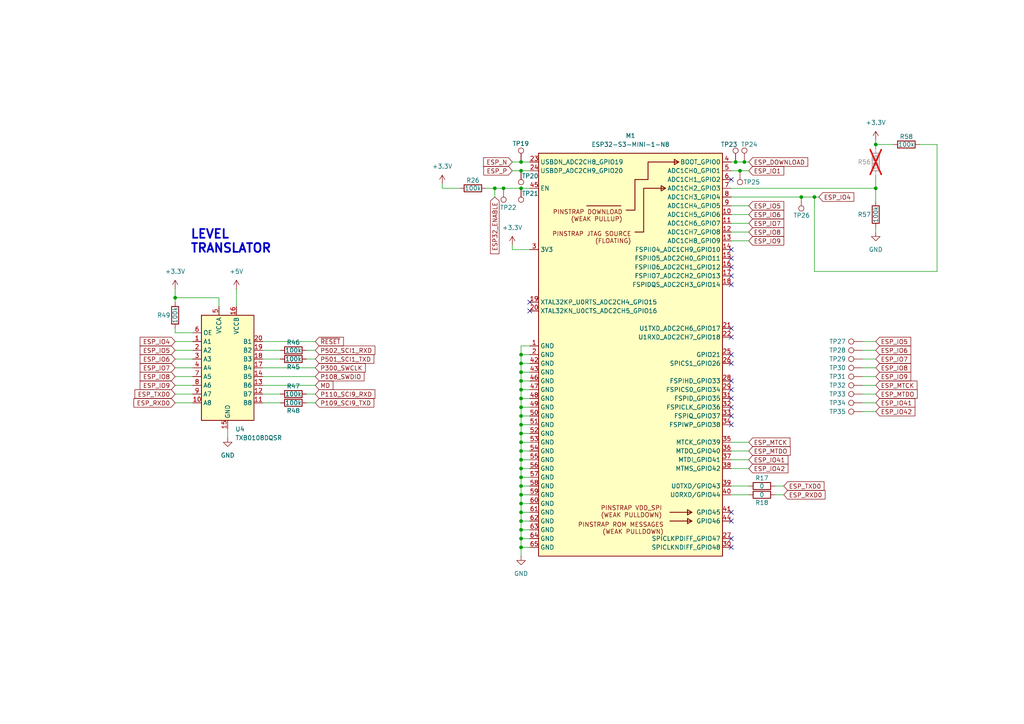
<source format=kicad_sch>
(kicad_sch (version 20231120) (generator "eeschema") (generator_version "8.0")
  (paper "A4")
  (title_block (title "Arduino UNO R4 WiFi ESP32-S3-MINI-1-N8") (date "2024-05-14") (rev "1") (company "Carlos Sabogal"))
  (lib_symbols
    (symbol "Arduino UNO R4 WiFi:ESP32-S3-MINI-1-N8"
      (property "Reference" "M" (at 0.762 120.65 0))
      (property "Value" "ESP32-S3-MINI-1-N8" (at 11.43 118.364 0))
      (symbol "ESP32-S3-MINI-1-N8_1_0"
        (polyline (pts (xy 13.97 101.6) (xy 23.876 101.6)) (stroke (width 0.254)))
        (polyline (pts (xy 44.45 10.16) (xy 38.1 10.16)) (stroke (width 0.254)))
        (polyline (pts (xy 44.45 12.7) (xy 38.1 12.7)) (stroke (width 0.254)))
        (polyline (pts (xy 36.83 106.68) (xy 30.48 106.68) (xy 30.48 93.98) (xy 27.94 93.98)) (stroke (width 0.254)))
        (polyline (pts (xy 36.83 106.68) (xy 35.56 107.442) (xy 35.56 105.918) (xy 36.83 106.68)) (stroke (width 0.254)))
        (polyline (pts (xy 40.64 114.3) (xy 39.37 115.062) (xy 39.37 113.538) (xy 40.64 114.3)) (stroke (width 0.254)))
        (polyline (pts (xy 44.45 10.16) (xy 43.18 10.922) (xy 43.18 9.398) (xy 44.45 10.16)) (stroke (width 0.254)))
        (polyline (pts (xy 44.45 12.7) (xy 43.18 13.462) (xy 43.18 11.938) (xy 44.45 12.7)) (stroke (width 0.254)))
        (polyline (pts (xy 40.64 114.3) (xy 31.75 114.3) (xy 31.75 109.22) (xy 27.94 109.22) (xy 27.94 100.33) (xy 25.4 100.33)) (stroke (width 0.254)))
        (rectangle (start 0 116.84) (end 53.34 0) (stroke (width 0.254) (color 128 0 0 1)) (fill (type background)))
        (text_box "PINSTRAP DOWNLOAD\n(WEAK PULLUP)" (at 2.54 101.6 0) (size 22.86 -5.08) (stroke (width -0.0001)) (effects (font (size 1.27 1.27)) (justify right top)))
        (text_box "PINSTRAP JTAG SOURCE\n(FLOATING)" (at 2.54 95.25 0) (size 25.4 -5.08) (stroke (width -0.0001)) (effects (font (size 1.27 1.27)) (justify right top)))
        (text_box "PINSTRAP ROM MESSAGES\n(WEAK PULLDOWN)" (at 10.16 10.922 0) (size 27.178 -5.842) (stroke (width -0.0001)) (effects (font (size 1.27 1.27)) (justify right top)))
        (text_box "PINSTRAP VDD_SPI\n(WEAK PULLDOWN)" (at 16.51 15.748 0) (size 20.828 -5.588) (stroke (width -0.0001)) (effects (font (size 1.27 1.27)) (justify top)))
        (pin passive line (at -2.54 60.96 0) (length 2.54) (name "GND") (number "1"))
        (pin passive line (at 55.88 99.06 180) (length 2.54) (name "ADC1CH5_GPIO6") (number "10"))
        (pin passive line (at 55.88 96.52 180) (length 2.54) (name "ADC1CH6_GPIO7") (number "11"))
        (pin passive line (at 55.88 93.98 180) (length 2.54) (name "ADC1CH7_GPIO8") (number "12"))
        (pin passive line (at 55.88 91.44 180) (length 2.54) (name "ADC1CH8_GPIO9") (number "13"))
        (pin passive line (at 55.88 88.9 180) (length 2.54) (name "FSPII04_ADC1CH9_GPIO10") (number "14"))
        (pin passive line (at 55.88 86.36 180) (length 2.54) (name "FSPIIO5_ADC2CH0_GPIO11") (number "15"))
        (pin passive line (at 55.88 83.82 180) (length 2.54) (name "FSPIIO6_ADC2CH1_GPIO12") (number "16"))
        (pin passive line (at 55.88 81.28 180) (length 2.54) (name "FSPIIO7_ADC2CH2_GPIO13") (number "17"))
        (pin passive line (at 55.88 78.74 180) (length 2.54) (name "FSPIDQS_ADC2CH3_GPIO14") (number "18"))
        (pin passive line (at -2.54 73.66 0) (length 2.54) (name "XTAL32KP_U0RTS_ADC2CH4_GPIO15") (number "19"))
        (pin passive line (at -2.54 58.42 0) (length 2.54) (name "GND") (number "2"))
        (pin passive line (at -2.54 71.12 0) (length 2.54) (name "XTAL32KN_U0CTS_ADC2CH5_GPIO16") (number "20"))
        (pin passive line (at 55.88 66.04 180) (length 2.54) (name "U1TXD_ADC2CH6_GPIO17") (number "21"))
        (pin passive line (at 55.88 63.5 180) (length 2.54) (name "U1RXD_ADC2CH7_GPIO18") (number "22"))
        (pin passive line (at -2.54 114.3 0) (length 2.54) (name "USBDN_ADC2CH8_GPIO19") (number "23"))
        (pin passive line (at -2.54 111.76 0) (length 2.54) (name "USBDP_ADC2CH9_GPIO20") (number "24"))
        (pin passive line (at 55.88 58.42 180) (length 2.54) (name "GPIO21") (number "25"))
        (pin passive line (at 55.88 55.88 180) (length 2.54) (name "SPICS1_GPIO26") (number "26"))
        (pin passive line (at 55.88 5.08 180) (length 2.54) (name "SPICLKPDIFF_GPIO47") (number "27"))
        (pin passive line (at 55.88 50.8 180) (length 2.54) (name "FSPIHD_GPIO33") (number "28"))
        (pin passive line (at 55.88 48.26 180) (length 2.54) (name "FSPICS0_GPIO34") (number "29"))
        (pin passive line (at -2.54 88.9 0) (length 2.54) (name "3V3") (number "3"))
        (pin passive line (at 55.88 2.54 180) (length 2.54) (name "SPICLKNDIFF_GPIO48") (number "30"))
        (pin passive line (at 55.88 45.72 180) (length 2.54) (name "FSPID_GPIO35") (number "31"))
        (pin passive line (at 55.88 43.18 180) (length 2.54) (name "FSPICLK_GPIO36") (number "32"))
        (pin passive line (at 55.88 40.64 180) (length 2.54) (name "FSPIQ_GPIO37") (number "33"))
        (pin passive line (at 55.88 38.1 180) (length 2.54) (name "FSPIWP_GPIO38") (number "34"))
        (pin passive line (at 55.88 33.02 180) (length 2.54) (name "MTCK_GPIO39") (number "35"))
        (pin passive line (at 55.88 30.48 180) (length 2.54) (name "MTDO_GPIO40") (number "36"))
        (pin passive line (at 55.88 27.94 180) (length 2.54) (name "MTDI_GPIO41") (number "37"))
        (pin passive line (at 55.88 25.4 180) (length 2.54) (name "MTMS_GPIO42") (number "38"))
        (pin passive line (at 55.88 20.32 180) (length 2.54) (name "U0TXD/GPIO43") (number "39"))
        (pin passive line (at 55.88 114.3 180) (length 2.54) (name "BOOT_GPIO0") (number "4"))
        (pin passive line (at 55.88 17.78 180) (length 2.54) (name "U0RXD/GPIO44") (number "40"))
        (pin passive line (at 55.88 12.7 180) (length 2.54) (name "GPIO45") (number "41"))
        (pin passive line (at -2.54 55.88 0) (length 2.54) (name "GND") (number "42"))
        (pin passive line (at -2.54 53.34 0) (length 2.54) (name "GND") (number "43"))
        (pin passive line (at 55.88 10.16 180) (length 2.54) (name "GPIO46") (number "44"))
        (pin passive line (at -2.54 106.68 0) (length 2.54) (name "EN") (number "45"))
        (pin passive line (at -2.54 50.8 0) (length 2.54) (name "GND") (number "46"))
        (pin passive line (at -2.54 48.26 0) (length 2.54) (name "GND") (number "47"))
        (pin passive line (at -2.54 45.72 0) (length 2.54) (name "GND") (number "48"))
        (pin passive line (at -2.54 43.18 0) (length 2.54) (name "GND") (number "49"))
        (pin passive line (at 55.88 111.76 180) (length 2.54) (name "ADC1CH0_GPIO1") (number "5"))
        (pin passive line (at -2.54 40.64 0) (length 2.54) (name "GND") (number "50"))
        (pin passive line (at -2.54 38.1 0) (length 2.54) (name "GND") (number "51"))
        (pin passive line (at -2.54 35.56 0) (length 2.54) (name "GND") (number "52"))
        (pin passive line (at -2.54 33.02 0) (length 2.54) (name "GND") (number "53"))
        (pin passive line (at -2.54 30.48 0) (length 2.54) (name "GND") (number "54"))
        (pin passive line (at -2.54 27.94 0) (length 2.54) (name "GND") (number "55"))
        (pin passive line (at -2.54 25.4 0) (length 2.54) (name "GND") (number "56"))
        (pin passive line (at -2.54 22.86 0) (length 2.54) (name "GND") (number "57"))
        (pin passive line (at -2.54 20.32 0) (length 2.54) (name "GND") (number "58"))
        (pin passive line (at -2.54 17.78 0) (length 2.54) (name "GND") (number "59"))
        (pin passive line (at 55.88 109.22 180) (length 2.54) (name "ADC1CH1_GPIO2") (number "6"))
        (pin passive line (at -2.54 15.24 0) (length 2.54) (name "GND") (number "60"))
        (pin passive line (at -2.54 12.7 0) (length 2.54) (name "GND") (number "61"))
        (pin passive line (at -2.54 10.16 0) (length 2.54) (name "GND") (number "62"))
        (pin passive line (at -2.54 7.62 0) (length 2.54) (name "GND") (number "63"))
        (pin passive line (at -2.54 5.08 0) (length 2.54) (name "GND") (number "64"))
        (pin passive line (at -2.54 2.54 0) (length 2.54) (name "GND") (number "65"))
        (pin passive line (at 55.88 106.68 180) (length 2.54) (name "ADC1CH2_GPIO3") (number "7"))
        (pin passive line (at 55.88 104.14 180) (length 2.54) (name "ADC1CH3_GPIO4") (number "8"))
        (pin passive line (at 55.88 101.6 180) (length 2.54) (name "ADC1CH4_GPIO5") (number "9"))
      )
    )
    (symbol "Connector:TestPoint" (pin_numbers hide) (pin_names (offset 0.762) hide)
      (property "Reference" "TP" (at 0 6.858 0))
      (property "Value" "TestPoint" (at 0 5.08 0))
      (symbol "TestPoint_0_1"
        (circle (center 0 3.302) (radius 0.762))
      )
      (symbol "TestPoint_1_1"
        (pin passive line (at 0 0 90) (length 2.54) (name "1") (number "1"))
      )
    )
    (symbol "Device:R" (pin_numbers hide) (pin_names (offset 0))
      (property "Reference" "R" (at 2.032 0 90))
      (property "Value" "R" (at 0 0 90))
      (symbol "R_0_1"
        (rectangle (start -1.016 -2.54) (end 1.016 2.54) (stroke (width 0.254)))
      )
      (symbol "R_1_1"
        (pin passive line (at 0 3.81 270) (length 1.27) (name "~") (number "1"))
        (pin passive line (at 0 -3.81 90) (length 1.27) (name "~") (number "2"))
      )
    )
    (symbol "Logic_LevelTranslator:TXB0108DQSR"
      (property "Reference" "U" (at -6.35 16.51 0))
      (property "Value" "TXB0108DQSR" (at 3.81 16.51 0))
      (symbol "TXB0108DQSR_0_1"
        (rectangle (start -7.62 15.24) (end 7.62 -15.24) (stroke (width 0.254)) (fill (type background)))
      )
      (symbol "TXB0108DQSR_1_1"
        (pin bidirectional line (at -10.16 7.62 0) (length 2.54) (name "A1") (number "1"))
        (pin bidirectional line (at -10.16 -10.16 0) (length 2.54) (name "A8") (number "10"))
        (pin bidirectional line (at 10.16 -10.16 180) (length 2.54) (name "B8") (number "11"))
        (pin bidirectional line (at 10.16 -7.62 180) (length 2.54) (name "B7") (number "12"))
        (pin bidirectional line (at 10.16 -5.08 180) (length 2.54) (name "B6") (number "13"))
        (pin bidirectional line (at 10.16 -2.54 180) (length 2.54) (name "B5") (number "14"))
        (pin power_in line (at 0 -17.78 90) (length 2.54) (name "GND") (number "15"))
        (pin power_in line (at 2.54 17.78 270) (length 2.54) (name "VCCB") (number "16"))
        (pin bidirectional line (at 10.16 0 180) (length 2.54) (name "B4") (number "17"))
        (pin bidirectional line (at 10.16 2.54 180) (length 2.54) (name "B3") (number "18"))
        (pin bidirectional line (at 10.16 5.08 180) (length 2.54) (name "B2") (number "19"))
        (pin bidirectional line (at -10.16 5.08 0) (length 2.54) (name "A2") (number "2"))
        (pin bidirectional line (at 10.16 7.62 180) (length 2.54) (name "B1") (number "20"))
        (pin bidirectional line (at -10.16 2.54 0) (length 2.54) (name "A3") (number "3"))
        (pin bidirectional line (at -10.16 0 0) (length 2.54) (name "A4") (number "4"))
        (pin power_in line (at -2.54 17.78 270) (length 2.54) (name "VCCA") (number "5"))
        (pin input line (at -10.16 10.16 0) (length 2.54) (name "OE") (number "6"))
        (pin bidirectional line (at -10.16 -2.54 0) (length 2.54) (name "A5") (number "7"))
        (pin bidirectional line (at -10.16 -5.08 0) (length 2.54) (name "A6") (number "8"))
        (pin bidirectional line (at -10.16 -7.62 0) (length 2.54) (name "A7") (number "9"))
      )
    )
    (symbol "power:+3.3V" (power) (pin_numbers hide) (pin_names (offset 0) hide)
      (property "Value" "+3.3V" (at 0 3.556 0))
      (symbol "+3.3V_0_1"
        (polyline (pts (xy -0.762 1.27) (xy 0 2.54)))
        (polyline (pts (xy 0 0) (xy 0 2.54)))
        (polyline (pts (xy 0 2.54) (xy 0.762 1.27)))
      )
      (symbol "+3.3V_1_1"
        (pin power_in line (at 0 0 90) (length 0) (name "~") (number "1"))
      )
    )
    (symbol "power:+5V" (power) (pin_numbers hide) (pin_names (offset 0) hide)
      (property "Value" "+5V" (at 0 3.556 0))
      (symbol "+5V_0_1"
        (polyline (pts (xy -0.762 1.27) (xy 0 2.54)))
        (polyline (pts (xy 0 0) (xy 0 2.54)))
        (polyline (pts (xy 0 2.54) (xy 0.762 1.27)))
      )
      (symbol "+5V_1_1"
        (pin power_in line (at 0 0 90) (length 0) (name "~") (number "1"))
      )
    )
    (symbol "power:GND" (power) (pin_numbers hide) (pin_names (offset 0) hide)
      (property "Value" "GND" (at 0 -3.81 0))
      (symbol "GND_0_1"
        (polyline (pts (xy 0 0) (xy 0 -1.27) (xy 1.27 -1.27) (xy 0 -2.54) (xy -1.27 -1.27) (xy 0 -1.27)))
      )
      (symbol "GND_1_1"
        (pin power_in line (at 0 0 270) (length 0) (name "~") (number "1"))
      )
    )
  )
  (junction (at 254 41.91))
  (junction (at 151.13 113.03))
  (junction (at 151.13 118.11))
  (junction (at 151.13 46.99))
  (junction (at 151.13 138.43))
  (junction (at 151.13 153.67))
  (junction (at 146.05 54.61))
  (junction (at 151.13 158.75))
  (junction (at 151.13 135.89))
  (junction (at 232.41 57.15))
  (junction (at 50.8 86.36))
  (junction (at 151.13 146.05))
  (junction (at 151.13 115.57))
  (junction (at 151.13 140.97))
  (junction (at 151.13 49.53))
  (junction (at 213.36 46.99))
  (junction (at 151.13 128.27))
  (junction (at 151.13 54.61))
  (junction (at 151.13 125.73))
  (junction (at 151.13 130.81))
  (junction (at 151.13 110.49))
  (junction (at 151.13 120.65))
  (junction (at 151.13 123.19))
  (junction (at 151.13 133.35))
  (junction (at 254 54.61))
  (junction (at 151.13 151.13))
  (junction (at 143.51 54.61))
  (junction (at 214.63 49.53))
  (junction (at 151.13 156.21))
  (junction (at 215.9 46.99))
  (junction (at 151.13 102.87))
  (junction (at 151.13 143.51))
  (junction (at 236.22 57.15))
  (junction (at 151.13 105.41))
  (junction (at 151.13 107.95))
  (junction (at 151.13 148.59))
  (no_connect (at 212.09 105.41))
  (no_connect (at 153.67 90.17))
  (no_connect (at 153.67 87.63))
  (no_connect (at 212.09 80.01))
  (no_connect (at 212.09 74.93))
  (no_connect (at 212.09 115.57))
  (no_connect (at 212.09 148.59))
  (no_connect (at 212.09 77.47))
  (no_connect (at 212.09 151.13))
  (no_connect (at 212.09 72.39))
  (no_connect (at 212.09 118.11))
  (no_connect (at 212.09 120.65))
  (no_connect (at 212.09 97.79))
  (no_connect (at 212.09 52.07))
  (no_connect (at 212.09 113.03))
  (no_connect (at 212.09 82.55))
  (no_connect (at 212.09 123.19))
  (no_connect (at 212.09 158.75))
  (no_connect (at 212.09 110.49))
  (no_connect (at 212.09 102.87))
  (no_connect (at 212.09 95.25))
  (no_connect (at 212.09 156.21))
  (wire (pts (xy 151.13 130.81) (xy 151.13 128.27)))
  (wire (pts (xy 151.13 135.89) (xy 151.13 133.35)))
  (wire (pts (xy 266.7 41.91) (xy 271.78 41.91)))
  (wire (pts (xy 151.13 125.73) (xy 151.13 123.19)))
  (wire (pts (xy 250.19 111.76) (xy 254 111.76)))
  (wire (pts (xy 146.05 54.61) (xy 151.13 54.61)))
  (wire (pts (xy 151.13 113.03) (xy 153.67 113.03)))
  (wire (pts (xy 151.13 148.59) (xy 153.67 148.59)))
  (wire (pts (xy 81.28 114.3) (xy 76.2 114.3)))
  (wire (pts (xy 151.13 133.35) (xy 153.67 133.35)))
  (wire (pts (xy 215.9 46.99) (xy 213.36 46.99)))
  (wire (pts (xy 151.13 148.59) (xy 151.13 146.05)))
  (wire (pts (xy 148.59 46.99) (xy 151.13 46.99)))
  (wire (pts (xy 55.88 114.3) (xy 50.8 114.3)))
  (wire (pts (xy 250.19 104.14) (xy 254 104.14)))
  (wire (pts (xy 50.8 96.52) (xy 50.8 95.25)))
  (wire (pts (xy 212.09 67.31) (xy 217.17 67.31)))
  (wire (pts (xy 143.51 57.15) (xy 143.51 54.61)))
  (wire (pts (xy 55.88 111.76) (xy 50.8 111.76)))
  (wire (pts (xy 91.44 99.06) (xy 76.2 99.06)))
  (wire (pts (xy 151.13 138.43) (xy 151.13 135.89)))
  (wire (pts (xy 81.28 116.84) (xy 76.2 116.84)))
  (wire (pts (xy 148.59 49.53) (xy 151.13 49.53)))
  (wire (pts (xy 151.13 143.51) (xy 153.67 143.51)))
  (wire (pts (xy 151.13 123.19) (xy 153.67 123.19)))
  (wire (pts (xy 254 67.31) (xy 254 66.04)))
  (wire (pts (xy 151.13 46.99) (xy 153.67 46.99)))
  (wire (pts (xy 50.8 86.36) (xy 63.5 86.36)))
  (wire (pts (xy 81.28 104.14) (xy 76.2 104.14)))
  (wire (pts (xy 55.88 116.84) (xy 50.8 116.84)))
  (wire (pts (xy 250.19 101.6) (xy 254 101.6)))
  (wire (pts (xy 151.13 54.61) (xy 153.67 54.61)))
  (wire (pts (xy 151.13 110.49) (xy 151.13 107.95)))
  (wire (pts (xy 214.63 49.53) (xy 217.17 49.53)))
  (wire (pts (xy 81.28 101.6) (xy 76.2 101.6)))
  (wire (pts (xy 151.13 115.57) (xy 153.67 115.57)))
  (wire (pts (xy 271.78 78.74) (xy 236.22 78.74)))
  (wire (pts (xy 151.13 120.65) (xy 153.67 120.65)))
  (wire (pts (xy 227.33 143.51) (xy 224.79 143.51)))
  (wire (pts (xy 151.13 161.29) (xy 151.13 158.75)))
  (wire (pts (xy 236.22 78.74) (xy 236.22 57.15)))
  (wire (pts (xy 88.9 116.84) (xy 91.44 116.84)))
  (wire (pts (xy 76.2 111.76) (xy 91.44 111.76)))
  (wire (pts (xy 151.13 128.27) (xy 153.67 128.27)))
  (wire (pts (xy 148.59 72.39) (xy 148.59 71.12)))
  (wire (pts (xy 151.13 115.57) (xy 151.13 113.03)))
  (wire (pts (xy 250.19 114.3) (xy 254 114.3)))
  (wire (pts (xy 254 58.42) (xy 254 54.61)))
  (wire (pts (xy 66.04 127) (xy 66.04 124.46)))
  (wire (pts (xy 212.09 59.69) (xy 217.17 59.69)))
  (wire (pts (xy 68.58 83.82) (xy 68.58 88.9)))
  (wire (pts (xy 212.09 69.85) (xy 217.17 69.85)))
  (wire (pts (xy 213.36 46.99) (xy 212.09 46.99)))
  (wire (pts (xy 250.19 99.06) (xy 254 99.06)))
  (wire (pts (xy 151.13 140.97) (xy 153.67 140.97)))
  (wire (pts (xy 212.09 135.89) (xy 217.17 135.89)))
  (wire (pts (xy 250.19 119.38) (xy 254 119.38)))
  (wire (pts (xy 232.41 57.15) (xy 236.22 57.15)))
  (wire (pts (xy 151.13 123.19) (xy 151.13 120.65)))
  (wire (pts (xy 151.13 110.49) (xy 153.67 110.49)))
  (wire (pts (xy 55.88 109.22) (xy 50.8 109.22)))
  (wire (pts (xy 140.97 54.61) (xy 143.51 54.61)))
  (wire (pts (xy 55.88 96.52) (xy 50.8 96.52)))
  (wire (pts (xy 254 40.64) (xy 254 41.91)))
  (wire (pts (xy 50.8 83.82) (xy 50.8 86.36)))
  (wire (pts (xy 151.13 156.21) (xy 151.13 153.67)))
  (wire (pts (xy 254 41.91) (xy 254 43.18)))
  (wire (pts (xy 151.13 135.89) (xy 153.67 135.89)))
  (wire (pts (xy 212.09 54.61) (xy 254 54.61)))
  (wire (pts (xy 55.88 106.68) (xy 50.8 106.68)))
  (wire (pts (xy 151.13 156.21) (xy 153.67 156.21)))
  (wire (pts (xy 50.8 87.63) (xy 50.8 86.36)))
  (wire (pts (xy 254 54.61) (xy 254 50.8)))
  (wire (pts (xy 91.44 106.68) (xy 76.2 106.68)))
  (wire (pts (xy 151.13 138.43) (xy 153.67 138.43)))
  (wire (pts (xy 151.13 105.41) (xy 151.13 102.87)))
  (wire (pts (xy 151.13 133.35) (xy 151.13 130.81)))
  (wire (pts (xy 212.09 128.27) (xy 217.17 128.27)))
  (wire (pts (xy 151.13 49.53) (xy 153.67 49.53)))
  (wire (pts (xy 151.13 107.95) (xy 151.13 105.41)))
  (wire (pts (xy 212.09 130.81) (xy 217.17 130.81)))
  (wire (pts (xy 55.88 99.06) (xy 50.8 99.06)))
  (wire (pts (xy 151.13 102.87) (xy 153.67 102.87)))
  (wire (pts (xy 212.09 143.51) (xy 217.17 143.51)))
  (wire (pts (xy 143.51 54.61) (xy 146.05 54.61)))
  (wire (pts (xy 212.09 62.23) (xy 217.17 62.23)))
  (wire (pts (xy 212.09 133.35) (xy 217.17 133.35)))
  (wire (pts (xy 259.08 41.91) (xy 254 41.91)))
  (wire (pts (xy 151.13 158.75) (xy 153.67 158.75)))
  (wire (pts (xy 148.59 72.39) (xy 153.67 72.39)))
  (wire (pts (xy 151.13 151.13) (xy 151.13 148.59)))
  (wire (pts (xy 271.78 41.91) (xy 271.78 78.74)))
  (wire (pts (xy 151.13 128.27) (xy 151.13 125.73)))
  (wire (pts (xy 212.09 140.97) (xy 217.17 140.97)))
  (wire (pts (xy 91.44 101.6) (xy 88.9 101.6)))
  (wire (pts (xy 151.13 118.11) (xy 153.67 118.11)))
  (wire (pts (xy 250.19 106.68) (xy 254 106.68)))
  (wire (pts (xy 151.13 120.65) (xy 151.13 118.11)))
  (wire (pts (xy 151.13 107.95) (xy 153.67 107.95)))
  (wire (pts (xy 55.88 101.6) (xy 50.8 101.6)))
  (wire (pts (xy 91.44 104.14) (xy 88.9 104.14)))
  (wire (pts (xy 236.22 57.15) (xy 237.49 57.15)))
  (wire (pts (xy 128.27 54.61) (xy 128.27 53.34)))
  (wire (pts (xy 151.13 153.67) (xy 153.67 153.67)))
  (wire (pts (xy 250.19 116.84) (xy 254 116.84)))
  (wire (pts (xy 212.09 64.77) (xy 217.17 64.77)))
  (wire (pts (xy 217.17 46.99) (xy 215.9 46.99)))
  (wire (pts (xy 63.5 86.36) (xy 63.5 88.9)))
  (wire (pts (xy 151.13 102.87) (xy 151.13 100.33)))
  (wire (pts (xy 151.13 151.13) (xy 153.67 151.13)))
  (wire (pts (xy 151.13 105.41) (xy 153.67 105.41)))
  (wire (pts (xy 151.13 146.05) (xy 151.13 143.51)))
  (wire (pts (xy 151.13 140.97) (xy 151.13 138.43)))
  (wire (pts (xy 91.44 109.22) (xy 76.2 109.22)))
  (wire (pts (xy 151.13 118.11) (xy 151.13 115.57)))
  (wire (pts (xy 151.13 100.33) (xy 153.67 100.33)))
  (wire (pts (xy 212.09 57.15) (xy 232.41 57.15)))
  (wire (pts (xy 151.13 113.03) (xy 151.13 110.49)))
  (wire (pts (xy 55.88 104.14) (xy 50.8 104.14)))
  (wire (pts (xy 151.13 143.51) (xy 151.13 140.97)))
  (wire (pts (xy 151.13 158.75) (xy 151.13 156.21)))
  (wire (pts (xy 250.19 109.22) (xy 254 109.22)))
  (wire (pts (xy 128.27 54.61) (xy 133.35 54.61)))
  (wire (pts (xy 151.13 130.81) (xy 153.67 130.81)))
  (wire (pts (xy 151.13 153.67) (xy 151.13 151.13)))
  (wire (pts (xy 212.09 49.53) (xy 214.63 49.53)))
  (wire (pts (xy 227.33 140.97) (xy 224.79 140.97)))
  (wire (pts (xy 151.13 146.05) (xy 153.67 146.05)))
  (wire (pts (xy 151.13 125.73) (xy 153.67 125.73)))
  (wire (pts (xy 88.9 114.3) (xy 91.44 114.3)))
  (text "LEVEL\nTRANSLATOR" (at 55.118 70.104 0) (effects (font (size 2.54 2.54) (thickness 0.508) (bold yes)) (justify left)))
  (global_label "P110_SCI9_RXD" (shape input) (at 91.44 114.3 0) (property "Intersheetrefs" "${INTERSHEET_REFS}" (effects (hide yes))))
  (global_label "ESP_IO6" (shape input) (at 217.17 62.23 0) (property "Intersheetrefs" "${INTERSHEET_REFS}" (effects (hide yes))))
  (global_label "ESP_DOWNLOAD" (shape input) (at 217.17 46.99 0) (property "Intersheetrefs" "${INTERSHEET_REFS}" (effects (hide yes))))
  (global_label "ESP_IO41" (shape input) (at 254 116.84 0) (property "Intersheetrefs" "${INTERSHEET_REFS}" (effects (hide yes))))
  (global_label "ESP_IO7" (shape input) (at 50.8 106.68 180) (property "Intersheetrefs" "${INTERSHEET_REFS}" (effects (hide yes))))
  (global_label "ESP_IO42" (shape input) (at 217.17 135.89 0) (property "Intersheetrefs" "${INTERSHEET_REFS}" (effects (hide yes))))
  (global_label "ESP_TXD0" (shape input) (at 227.33 140.97 0) (property "Intersheetrefs" "${INTERSHEET_REFS}" (effects (hide yes))))
  (global_label "P109_SCI9_TXD" (shape input) (at 91.44 116.84 0) (property "Intersheetrefs" "${INTERSHEET_REFS}" (effects (hide yes))))
  (global_label "ESP_RXD0" (shape input) (at 227.33 143.51 0) (property "Intersheetrefs" "${INTERSHEET_REFS}" (effects (hide yes))))
  (global_label "ESP_IO4" (shape input) (at 50.8 99.06 180) (property "Intersheetrefs" "${INTERSHEET_REFS}" (effects (hide yes))))
  (global_label "P300_SWCLK" (shape input) (at 91.44 106.68 0) (property "Intersheetrefs" "${INTERSHEET_REFS}" (effects (hide yes))))
  (global_label "ESP_IO9" (shape input) (at 50.8 111.76 180) (property "Intersheetrefs" "${INTERSHEET_REFS}" (effects (hide yes))))
  (global_label "ESP_IO41" (shape input) (at 217.17 133.35 0) (property "Intersheetrefs" "${INTERSHEET_REFS}" (effects (hide yes))))
  (global_label "P108_SWDIO" (shape input) (at 91.44 109.22 0) (property "Intersheetrefs" "${INTERSHEET_REFS}" (effects (hide yes))))
  (global_label "ESP_IO8" (shape input) (at 254 106.68 0) (property "Intersheetrefs" "${INTERSHEET_REFS}" (effects (hide yes))))
  (global_label "ESP_N" (shape input) (at 148.59 46.99 180) (property "Intersheetrefs" "${INTERSHEET_REFS}" (effects (hide yes))))
  (global_label "ESP_IO5" (shape input) (at 217.17 59.69 0) (property "Intersheetrefs" "${INTERSHEET_REFS}" (effects (hide yes))))
  (global_label "ESP_MTCK" (shape input) (at 254 111.76 0) (property "Intersheetrefs" "${INTERSHEET_REFS}" (effects (hide yes))))
  (global_label "ESP_MTDO" (shape input) (at 254 114.3 0) (property "Intersheetrefs" "${INTERSHEET_REFS}" (effects (hide yes))))
  (global_label "P501_SCI1_TXD" (shape input) (at 91.44 104.14 0) (property "Intersheetrefs" "${INTERSHEET_REFS}" (effects (hide yes))))
  (global_label "ESP_IO7" (shape input) (at 217.17 64.77 0) (property "Intersheetrefs" "${INTERSHEET_REFS}" (effects (hide yes))))
  (global_label "ESP_IO4" (shape input) (at 237.49 57.15 0) (property "Intersheetrefs" "${INTERSHEET_REFS}" (effects (hide yes))))
  (global_label "ESP_IO8" (shape input) (at 50.8 109.22 180) (property "Intersheetrefs" "${INTERSHEET_REFS}" (effects (hide yes))))
  (global_label "ESP_IO6" (shape input) (at 254 101.6 0) (property "Intersheetrefs" "${INTERSHEET_REFS}" (effects (hide yes))))
  (global_label "ESP32_ENABLE" (shape input) (at 143.51 57.15 270) (property "Intersheetrefs" "${INTERSHEET_REFS}" (effects (hide yes))))
  (global_label "ESP_MTDO" (shape input) (at 217.17 130.81 0) (property "Intersheetrefs" "${INTERSHEET_REFS}" (effects (hide yes))))
  (global_label "P502_SCI1_RXD" (shape input) (at 91.44 101.6 0) (property "Intersheetrefs" "${INTERSHEET_REFS}" (effects (hide yes))))
  (global_label "ESP_IO6" (shape input) (at 50.8 104.14 180) (property "Intersheetrefs" "${INTERSHEET_REFS}" (effects (hide yes))))
  (global_label "ESP_TXD0" (shape input) (at 50.8 114.3 180) (property "Intersheetrefs" "${INTERSHEET_REFS}" (effects (hide yes))))
  (global_label "ESP_IO5" (shape input) (at 50.8 101.6 180) (property "Intersheetrefs" "${INTERSHEET_REFS}" (effects (hide yes))))
  (global_label "ESP_IO9" (shape input) (at 217.17 69.85 0) (property "Intersheetrefs" "${INTERSHEET_REFS}" (effects (hide yes))))
  (global_label "ESP_IO8" (shape input) (at 217.17 67.31 0) (property "Intersheetrefs" "${INTERSHEET_REFS}" (effects (hide yes))))
  (global_label "ESP_IO7" (shape input) (at 254 104.14 0) (property "Intersheetrefs" "${INTERSHEET_REFS}" (effects (hide yes))))
  (global_label "MD" (shape input) (at 91.44 111.76 0) (property "Intersheetrefs" "${INTERSHEET_REFS}" (effects (hide yes))))
  (global_label "ESP_IO9" (shape input) (at 254 109.22 0) (property "Intersheetrefs" "${INTERSHEET_REFS}" (effects (hide yes))))
  (global_label "ESP_IO42" (shape input) (at 254 119.38 0) (property "Intersheetrefs" "${INTERSHEET_REFS}" (effects (hide yes))))
  (global_label "~{RESET}" (shape input) (at 91.44 99.06 0) (property "Intersheetrefs" "${INTERSHEET_REFS}" (effects (hide yes))))
  (global_label "ESP_MTCK" (shape input) (at 217.17 128.27 0) (property "Intersheetrefs" "${INTERSHEET_REFS}" (effects (hide yes))))
  (global_label "ESP_IO5" (shape input) (at 254 99.06 0) (property "Intersheetrefs" "${INTERSHEET_REFS}" (effects (hide yes))))
  (global_label "ESP_RXD0" (shape input) (at 50.8 116.84 180) (property "Intersheetrefs" "${INTERSHEET_REFS}" (effects (hide yes))))
  (global_label "ESP_IO1" (shape input) (at 217.17 49.53 0) (property "Intersheetrefs" "${INTERSHEET_REFS}" (effects (hide yes))))
  (global_label "ESP_P" (shape input) (at 148.59 49.53 180) (property "Intersheetrefs" "${INTERSHEET_REFS}" (effects (hide yes))))
  (symbol (lib_id "power:+3.3V") (at 254 40.64 0) (unit 1)
    (property "Reference" "#PWR076" (effects (hide yes)))
    (property "Value" "+3.3V" (at 254 35.56 0))
    (property "Description" "Power symbol creates a global label with name \"+3.3V\"" (effects (hide yes)))
  )
  (symbol (lib_id "Device:R") (at 254 62.23 180) (unit 1)
    (property "Reference" "R57" (at 250.698 62.23 0))
    (property "Value" "100k" (at 254 62.23 90))
    (property "Footprint" "Resistor_SMD:R_0402_1005Metric" (effects (hide yes)))
    (property "Description" "Resistor" (effects (hide yes)))
  )
  (symbol (lib_id "Connector:TestPoint") (at 151.13 46.99 0) (unit 1)
    (property "Reference" "TP19" (at 148.59 41.656 0) (effects (justify left)))
    (property "Value" "TestPoint" (effects (hide yes)))
    (property "Footprint" "Arduino UNO R4 WiFi:TestPoint_Pad_D0.8mm" (effects (hide yes)))
    (property "Description" "test point" (effects (hide yes)))
  )
  (symbol (lib_id "Connector:TestPoint") (at 214.63 49.53 180) (unit 1)
    (property "Reference" "TP25" (at 220.472 52.832 0) (effects (justify left)))
    (property "Value" "TestPoint" (effects (hide yes)))
    (property "Footprint" "Arduino UNO R4 WiFi:TestPoint_Pad_D0.8mm" (effects (hide yes)))
    (property "Description" "test point" (effects (hide yes)))
  )
  (symbol (lib_id "power:GND") (at 66.04 127 0) (unit 1)
    (property "Reference" "#PWR085" (effects (hide yes)))
    (property "Value" "GND" (at 66.04 132.08 0))
    (property "Description" "Power symbol creates a global label with name \"GND\" , ground" (effects (hide yes)))
  )
  (symbol (lib_id "Device:R") (at 220.98 140.97 90) (unit 1)
    (property "Reference" "R17" (at 220.98 138.684 90))
    (property "Value" "0" (at 220.98 140.97 90))
    (property "Footprint" "Resistor_SMD:R_0402_1005Metric" (effects (hide yes)))
    (property "Description" "Resistor" (effects (hide yes)))
  )
  (symbol (lib_id "Connector:TestPoint") (at 250.19 111.76 90) (unit 1)
    (property "Reference" "TP32" (at 245.364 111.76 90) (effects (justify left)))
    (property "Value" "TestPoint" (effects (hide yes)))
    (property "Footprint" "Arduino UNO R4 WiFi:TestPoint_Pad_D0.8mm" (effects (hide yes)))
    (property "Description" "test point" (effects (hide yes)))
  )
  (symbol (lib_id "power:+3.3V") (at 128.27 53.34 0) (unit 1)
    (property "Reference" "#PWR073" (effects (hide yes)))
    (property "Value" "+3.3V" (at 128.27 48.26 0))
    (property "Description" "Power symbol creates a global label with name \"+3.3V\"" (effects (hide yes)))
  )
  (symbol (lib_id "Connector:TestPoint") (at 250.19 119.38 90) (unit 1)
    (property "Reference" "TP35" (at 245.364 119.38 90) (effects (justify left)))
    (property "Value" "TestPoint" (effects (hide yes)))
    (property "Footprint" "Arduino UNO R4 WiFi:TestPoint_Pad_D0.8mm" (effects (hide yes)))
    (property "Description" "test point" (effects (hide yes)))
  )
  (symbol (lib_id "Device:R") (at 85.09 114.3 90) (unit 1)
    (property "Reference" "R47" (at 85.09 112.014 90))
    (property "Value" "100k" (at 85.09 114.3 90))
    (property "Footprint" "Resistor_SMD:R_0402_1005Metric" (effects (hide yes)))
    (property "Description" "Resistor" (effects (hide yes)))
  )
  (symbol (lib_id "Logic_LevelTranslator:TXB0108DQSR") (at 66.04 106.68 0) (unit 1)
    (property "Reference" "U4" (at 68.2341 124.46 0) (effects (justify left)))
    (property "Value" "TXB0108DQSR" (at 68.2341 127 0) (effects (justify left)))
    (property "Footprint" "Package_SON:USON-20_2x4mm_P0.4mm" (effects (hide yes)))
    (property "Datasheet" "http://www.ti.com/lit/ds/symlink/txb0108.pdf" (effects (hide yes)))
    (property "Description" "8-bit bidirectional voltage level translator with auto-direction sensing USON package" (effects (hide yes)))
  )
  (symbol (lib_id "Device:R") (at 85.09 104.14 90) (unit 1)
    (property "Reference" "R45" (at 85.09 106.426 90))
    (property "Value" "100k" (at 85.09 104.14 90))
    (property "Footprint" "Resistor_SMD:R_0402_1005Metric" (effects (hide yes)))
    (property "Description" "Resistor" (effects (hide yes)))
  )
  (symbol (lib_id "power:+3.3V") (at 148.59 71.12 0) (unit 1)
    (property "Reference" "#PWR072" (effects (hide yes)))
    (property "Value" "+3.3V" (at 148.59 66.04 0))
    (property "Description" "Power symbol creates a global label with name \"+3.3V\"" (effects (hide yes)))
  )
  (symbol (lib_id "Connector:TestPoint") (at 250.19 116.84 90) (unit 1)
    (property "Reference" "TP34" (at 245.364 116.84 90) (effects (justify left)))
    (property "Value" "TestPoint" (effects (hide yes)))
    (property "Footprint" "Arduino UNO R4 WiFi:TestPoint_Pad_D0.8mm" (effects (hide yes)))
    (property "Description" "test point" (effects (hide yes)))
  )
  (symbol (lib_id "Arduino UNO R4 WiFi:ESP32-S3-MINI-1-N8") (at 156.21 161.29 0) (unit 1)
    (property "Reference" "M1" (at 182.88 39.37 0))
    (property "Value" "ESP32-S3-MINI-1-N8" (at 182.88 41.91 0))
    (property "Footprint" "Arduino UNO R4 WiFi:XCVR_ESP32-S3-MINI-1-N8" (effects (hide yes)))
    (property "Datasheet" "https://www.espressif.com/sites/default/files/documentation/esp32-s3-mini-1_mini-1u_datasheet_en.pdf" (effects (hide yes)))
  )
  (symbol (lib_id "Device:R") (at 137.16 54.61 90) (unit 1)
    (property "Reference" "R26" (at 137.16 52.324 90))
    (property "Value" "100k" (at 137.16 54.61 90))
    (property "Footprint" "Resistor_SMD:R_0402_1005Metric" (effects (hide yes)))
    (property "Description" "Resistor" (effects (hide yes)))
  )
  (symbol (lib_id "Device:R") (at 85.09 101.6 90) (unit 1)
    (property "Reference" "R46" (at 85.09 99.314 90))
    (property "Value" "100k" (at 85.09 101.6 90))
    (property "Footprint" "Resistor_SMD:R_0402_1005Metric" (effects (hide yes)))
    (property "Description" "Resistor" (effects (hide yes)))
  )
  (symbol (lib_id "power:GND") (at 151.13 161.29 0) (unit 1)
    (property "Reference" "#PWR070" (effects (hide yes)))
    (property "Value" "GND" (at 151.13 166.37 0))
    (property "Description" "Power symbol creates a global label with name \"GND\" , ground" (effects (hide yes)))
  )
  (symbol (lib_id "Connector:TestPoint") (at 250.19 114.3 90) (unit 1)
    (property "Reference" "TP33" (at 245.364 114.3 90) (effects (justify left)))
    (property "Value" "TestPoint" (effects (hide yes)))
    (property "Footprint" "Arduino UNO R4 WiFi:TestPoint_Pad_D0.8mm" (effects (hide yes)))
    (property "Description" "test point" (effects (hide yes)))
  )
  (symbol (lib_id "Connector:TestPoint") (at 151.13 54.61 180) (unit 1)
    (property "Reference" "TP21" (at 156.21 56.134 0) (effects (justify left)))
    (property "Value" "TestPoint" (effects (hide yes)))
    (property "Footprint" "Arduino UNO R4 WiFi:TestPoint_Pad_D0.8mm" (effects (hide yes)))
    (property "Description" "test point" (effects (hide yes)))
  )
  (symbol (lib_id "Connector:TestPoint") (at 213.36 46.99 0) (unit 1)
    (property "Reference" "TP23" (at 209.042 41.91 0) (effects (justify left)))
    (property "Value" "TestPoint" (effects (hide yes)))
    (property "Footprint" "Arduino UNO R4 WiFi:TestPoint_Pad_D0.8mm" (effects (hide yes)))
    (property "Description" "test point" (effects (hide yes)))
  )
  (symbol (lib_id "Connector:TestPoint") (at 232.41 57.15 180) (unit 1)
    (property "Reference" "TP26" (at 234.95 62.484 0) (effects (justify left)))
    (property "Value" "TestPoint" (effects (hide yes)))
    (property "Footprint" "Arduino UNO R4 WiFi:TestPoint_Pad_D0.8mm" (effects (hide yes)))
    (property "Description" "test point" (effects (hide yes)))
  )
  (symbol (lib_id "power:GND") (at 254 67.31 0) (unit 1)
    (property "Reference" "#PWR075" (effects (hide yes)))
    (property "Value" "GND" (at 254 72.39 0))
    (property "Description" "Power symbol creates a global label with name \"GND\" , ground" (effects (hide yes)))
  )
  (symbol (lib_id "Connector:TestPoint") (at 146.05 54.61 180) (unit 1)
    (property "Reference" "TP22" (at 149.86 60.198 0) (effects (justify left)))
    (property "Value" "TestPoint" (effects (hide yes)))
    (property "Footprint" "TestPoint:TestPoint_Pad_D1.0mm" (effects (hide yes)))
    (property "Description" "test point" (effects (hide yes)))
  )
  (symbol (lib_id "Connector:TestPoint") (at 215.9 46.99 0) (unit 1)
    (property "Reference" "TP24" (at 214.884 41.91 0) (effects (justify left)))
    (property "Value" "TestPoint" (effects (hide yes)))
    (property "Footprint" "TestPoint:TestPoint_Pad_D1.0mm" (effects (hide yes)))
    (property "Description" "test point" (effects (hide yes)))
  )
  (symbol (lib_id "power:+5V") (at 68.58 83.82 0) (unit 1)
    (property "Reference" "#PWR084" (effects (hide yes)))
    (property "Value" "+5V" (at 68.58 78.74 0))
    (property "Description" "Power symbol creates a global label with name \"+5V\"" (effects (hide yes)))
  )
  (symbol (lib_id "Device:R") (at 254 46.99 180) (unit 1) (dnp yes)
    (property "Reference" "R56" (at 250.698 46.99 0))
    (property "Value" "100k" (at 254 46.99 90))
    (property "Footprint" "Resistor_SMD:R_0402_1005Metric" (effects (hide yes)))
    (property "Description" "Resistor" (effects (hide yes)))
  )
  (symbol (lib_id "Device:R") (at 262.89 41.91 90) (unit 1)
    (property "Reference" "R58" (at 262.89 39.624 90))
    (property "Value" "100k" (at 262.89 41.91 90))
    (property "Footprint" "Resistor_SMD:R_0402_1005Metric" (effects (hide yes)))
    (property "Description" "Resistor" (effects (hide yes)))
  )
  (symbol (lib_id "Connector:TestPoint") (at 250.19 106.68 90) (unit 1)
    (property "Reference" "TP30" (at 245.364 106.68 90) (effects (justify left)))
    (property "Value" "TestPoint" (effects (hide yes)))
    (property "Footprint" "Arduino UNO R4 WiFi:TestPoint_Pad_D0.8mm" (effects (hide yes)))
    (property "Description" "test point" (effects (hide yes)))
  )
  (symbol (lib_id "Connector:TestPoint") (at 250.19 99.06 90) (unit 1)
    (property "Reference" "TP27" (at 245.364 99.06 90) (effects (justify left)))
    (property "Value" "TestPoint" (effects (hide yes)))
    (property "Footprint" "Arduino UNO R4 WiFi:TestPoint_Pad_D0.8mm" (effects (hide yes)))
    (property "Description" "test point" (effects (hide yes)))
  )
  (symbol (lib_id "Connector:TestPoint") (at 250.19 101.6 90) (unit 1)
    (property "Reference" "TP28" (at 245.364 101.6 90) (effects (justify left)))
    (property "Value" "TestPoint" (effects (hide yes)))
    (property "Footprint" "Arduino UNO R4 WiFi:TestPoint_Pad_D0.8mm" (effects (hide yes)))
    (property "Description" "test point" (effects (hide yes)))
  )
  (symbol (lib_id "Connector:TestPoint") (at 151.13 49.53 180) (unit 1)
    (property "Reference" "TP20" (at 156.21 51.054 0) (effects (justify left)))
    (property "Value" "TestPoint" (effects (hide yes)))
    (property "Footprint" "Arduino UNO R4 WiFi:TestPoint_Pad_D0.8mm" (effects (hide yes)))
    (property "Description" "test point" (effects (hide yes)))
  )
  (symbol (lib_id "Device:R") (at 220.98 143.51 90) (unit 1)
    (property "Reference" "R18" (at 220.98 145.796 90))
    (property "Value" "0" (at 220.98 143.51 90))
    (property "Footprint" "Resistor_SMD:R_0402_1005Metric" (effects (hide yes)))
    (property "Description" "Resistor" (effects (hide yes)))
  )
  (symbol (lib_id "Connector:TestPoint") (at 250.19 104.14 90) (unit 1)
    (property "Reference" "TP29" (at 245.364 104.14 90) (effects (justify left)))
    (property "Value" "TestPoint" (effects (hide yes)))
    (property "Footprint" "Arduino UNO R4 WiFi:TestPoint_Pad_D0.8mm" (effects (hide yes)))
    (property "Description" "test point" (effects (hide yes)))
  )
  (symbol (lib_id "Connector:TestPoint") (at 250.19 109.22 90) (unit 1)
    (property "Reference" "TP31" (at 245.364 109.22 90) (effects (justify left)))
    (property "Value" "TestPoint" (effects (hide yes)))
    (property "Footprint" "Arduino UNO R4 WiFi:TestPoint_Pad_D0.8mm" (effects (hide yes)))
    (property "Description" "test point" (effects (hide yes)))
  )
  (symbol (lib_id "power:+3.3V") (at 50.8 83.82 0) (unit 1)
    (property "Reference" "#PWR083" (effects (hide yes)))
    (property "Value" "+3.3V" (at 50.8 78.74 0))
    (property "Description" "Power symbol creates a global label with name \"+3.3V\"" (effects (hide yes)))
  )
  (symbol (lib_id "Device:R") (at 50.8 91.44 180) (unit 1)
    (property "Reference" "R49" (at 47.498 91.44 0))
    (property "Value" "100k" (at 50.8 91.44 90))
    (property "Footprint" "Resistor_SMD:R_0402_1005Metric" (effects (hide yes)))
    (property "Description" "Resistor" (effects (hide yes)))
  )
  (symbol (lib_id "Device:R") (at 85.09 116.84 90) (unit 1)
    (property "Reference" "R48" (at 85.09 119.126 90))
    (property "Value" "100k" (at 85.09 116.84 90))
    (property "Footprint" "Resistor_SMD:R_0402_1005Metric" (effects (hide yes)))
    (property "Description" "Resistor" (effects (hide yes)))
  )
)
</source>
